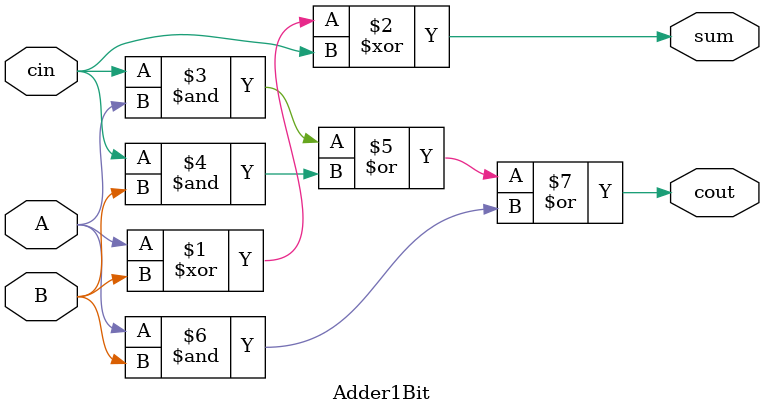
<source format=v>
`timescale 1ns / 1ps


module Adder1Bit(
input A, input B, input cin, output sum, output cout
    );
assign  sum= A^B^cin;
assign cout= (cin & A) | (cin & B) | (A & B);
    
endmodule

</source>
